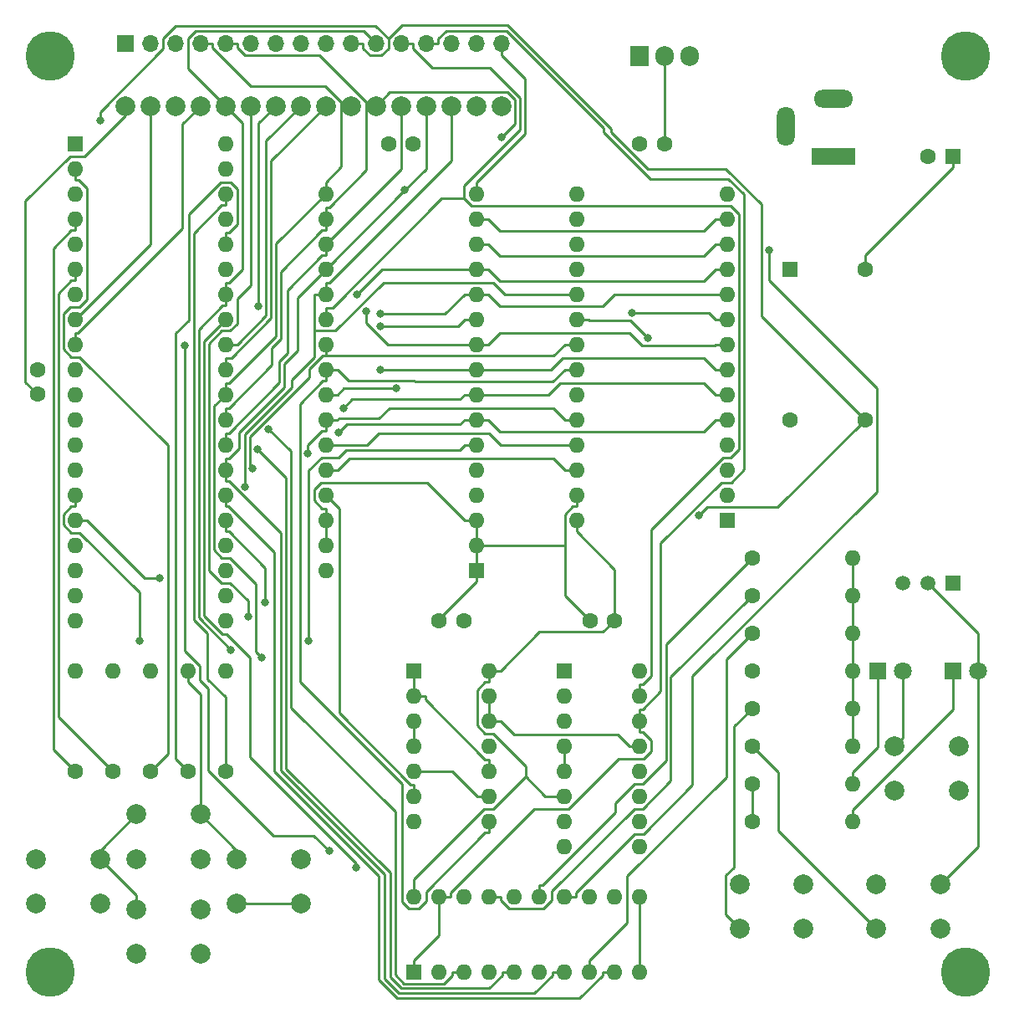
<source format=gbr>
%TF.GenerationSoftware,KiCad,Pcbnew,7.0.8*%
%TF.CreationDate,2023-12-27T01:37:41+02:00*%
%TF.ProjectId,main,6d61696e-2e6b-4696-9361-645f70636258,rev?*%
%TF.SameCoordinates,Original*%
%TF.FileFunction,Copper,L2,Bot*%
%TF.FilePolarity,Positive*%
%FSLAX46Y46*%
G04 Gerber Fmt 4.6, Leading zero omitted, Abs format (unit mm)*
G04 Created by KiCad (PCBNEW 7.0.8) date 2023-12-27 01:37:41*
%MOMM*%
%LPD*%
G01*
G04 APERTURE LIST*
%TA.AperFunction,ComponentPad*%
%ADD10C,1.600000*%
%TD*%
%TA.AperFunction,ComponentPad*%
%ADD11O,1.600000X1.600000*%
%TD*%
%TA.AperFunction,ComponentPad*%
%ADD12R,1.500000X1.500000*%
%TD*%
%TA.AperFunction,ComponentPad*%
%ADD13C,1.500000*%
%TD*%
%TA.AperFunction,ComponentPad*%
%ADD14C,2.000000*%
%TD*%
%TA.AperFunction,ComponentPad*%
%ADD15R,1.905000X2.000000*%
%TD*%
%TA.AperFunction,ComponentPad*%
%ADD16O,1.905000X2.000000*%
%TD*%
%TA.AperFunction,ComponentPad*%
%ADD17R,1.800000X1.800000*%
%TD*%
%TA.AperFunction,ComponentPad*%
%ADD18C,1.800000*%
%TD*%
%TA.AperFunction,ComponentPad*%
%ADD19C,5.000000*%
%TD*%
%TA.AperFunction,ComponentPad*%
%ADD20R,1.600000X1.600000*%
%TD*%
%TA.AperFunction,ComponentPad*%
%ADD21R,1.700000X1.700000*%
%TD*%
%TA.AperFunction,ComponentPad*%
%ADD22O,1.700000X1.700000*%
%TD*%
%TA.AperFunction,ComponentPad*%
%ADD23R,4.400000X1.800000*%
%TD*%
%TA.AperFunction,ComponentPad*%
%ADD24O,4.000000X1.800000*%
%TD*%
%TA.AperFunction,ComponentPad*%
%ADD25O,1.800000X4.000000*%
%TD*%
%TA.AperFunction,ViaPad*%
%ADD26C,0.800000*%
%TD*%
%TA.AperFunction,Conductor*%
%ADD27C,0.250000*%
%TD*%
G04 APERTURE END LIST*
D10*
%TO.P,R1,1*%
%TO.N,Net-(U1-~{IRQ})*%
X33020000Y-99060000D03*
D11*
%TO.P,R1,2*%
%TO.N,+5V*%
X33020000Y-88900000D03*
%TD*%
D10*
%TO.P,C3,1*%
%TO.N,+5V*%
X90210000Y-35560000D03*
%TO.P,C3,2*%
%TO.N,GND*%
X92710000Y-35560000D03*
%TD*%
%TO.P,R10,1*%
%TO.N,Net-(U8-1A1)*%
X101600000Y-92710000D03*
D11*
%TO.P,R10,2*%
%TO.N,GND*%
X111760000Y-92710000D03*
%TD*%
D12*
%TO.P,U4,1,~{RST}*%
%TO.N,~{RES}*%
X121920000Y-80010000D03*
D13*
%TO.P,U4,2,VCC*%
%TO.N,+5V*%
X119380000Y-80010000D03*
%TO.P,U4,3,GND*%
%TO.N,GND*%
X116840000Y-80010000D03*
%TD*%
D14*
%TO.P,SW7,1,1*%
%TO.N,+5V*%
X114150000Y-110490000D03*
X120650000Y-110490000D03*
%TO.P,SW7,2,2*%
%TO.N,Net-(U8-1A0)*%
X114150000Y-114990000D03*
X120650000Y-114990000D03*
%TD*%
D15*
%TO.P,U7,1,IN*%
%TO.N,Net-(U7-IN)*%
X90170000Y-26670000D03*
D16*
%TO.P,U7,2,GND*%
%TO.N,GND*%
X92710000Y-26670000D03*
%TO.P,U7,3,OUT*%
%TO.N,+5V*%
X95250000Y-26670000D03*
%TD*%
D14*
%TO.P,SW5,1,1*%
%TO.N,+5V*%
X49380000Y-107950000D03*
X55880000Y-107950000D03*
%TO.P,SW5,2,2*%
%TO.N,Net-(U8-1A2)*%
X49380000Y-112450000D03*
X55880000Y-112450000D03*
%TD*%
%TO.P,SW1,1,1*%
%TO.N,~{RES}*%
X116055000Y-96520000D03*
X122555000Y-96520000D03*
%TO.P,SW1,2,2*%
%TO.N,GND*%
X116055000Y-101020000D03*
X122555000Y-101020000D03*
%TD*%
D10*
%TO.P,C1,1*%
%TO.N,+5V*%
X29210000Y-58420000D03*
%TO.P,C1,2*%
%TO.N,GND*%
X29210000Y-60920000D03*
%TD*%
D14*
%TO.P,SW2,1,1*%
%TO.N,+5V*%
X39220000Y-103450000D03*
X45720000Y-103450000D03*
%TO.P,SW2,2,2*%
%TO.N,Net-(U8-2A1)*%
X39220000Y-107950000D03*
X45720000Y-107950000D03*
%TD*%
D10*
%TO.P,R3,1*%
%TO.N,Net-(U1-RDY)*%
X40640000Y-99060000D03*
D11*
%TO.P,R3,2*%
%TO.N,+5V*%
X40640000Y-88900000D03*
%TD*%
D17*
%TO.P,D1,1,K*%
%TO.N,Net-(D1-K)*%
X114300000Y-88900000D03*
D18*
%TO.P,D1,2,A*%
%TO.N,~{RES}*%
X116840000Y-88900000D03*
%TD*%
D19*
%TO.P,H2,*%
%TO.N,*%
X123190000Y-26670000D03*
%TD*%
D10*
%TO.P,C4,1*%
%TO.N,+5V*%
X72390000Y-83820000D03*
%TO.P,C4,2*%
%TO.N,GND*%
X69890000Y-83820000D03*
%TD*%
%TO.P,C2,1*%
%TO.N,+5V*%
X64770000Y-35560000D03*
%TO.P,C2,2*%
%TO.N,GND*%
X67270000Y-35560000D03*
%TD*%
D20*
%TO.P,U6,1,A0*%
%TO.N,A14*%
X82550000Y-88900000D03*
D11*
%TO.P,U6,2,A1*%
%TO.N,A15*%
X82550000Y-91440000D03*
%TO.P,U6,3,A2*%
%TO.N,GND*%
X82550000Y-93980000D03*
%TO.P,U6,4,E1*%
X82550000Y-96520000D03*
%TO.P,U6,5,E2*%
X82550000Y-99060000D03*
%TO.P,U6,6,E3*%
%TO.N,+5V*%
X82550000Y-101600000D03*
%TO.P,U6,7,O7*%
%TO.N,unconnected-(U6-O7-Pad7)*%
X82550000Y-104140000D03*
%TO.P,U6,8,GND*%
%TO.N,GND*%
X82550000Y-106680000D03*
%TO.P,U6,9,O6*%
%TO.N,unconnected-(U6-O6-Pad9)*%
X90170000Y-106680000D03*
%TO.P,U6,10,O5*%
%TO.N,unconnected-(U6-O5-Pad10)*%
X90170000Y-104140000D03*
%TO.P,U6,11,O4*%
%TO.N,unconnected-(U6-O4-Pad11)*%
X90170000Y-101600000D03*
%TO.P,U6,12,O3*%
%TO.N,~{ROM}*%
X90170000Y-99060000D03*
%TO.P,U6,13,O2*%
%TO.N,Net-(U6-O2)*%
X90170000Y-96520000D03*
%TO.P,U6,14,O1*%
%TO.N,~{INPUT}*%
X90170000Y-93980000D03*
%TO.P,U6,15,O0*%
%TO.N,~{RAM}*%
X90170000Y-91440000D03*
%TO.P,U6,16,VCC*%
%TO.N,+5V*%
X90170000Y-88900000D03*
%TD*%
D10*
%TO.P,R13,1*%
%TO.N,GND*%
X101600000Y-104140000D03*
D11*
%TO.P,R13,2*%
%TO.N,Net-(D2-K)*%
X111760000Y-104140000D03*
%TD*%
D14*
%TO.P,SW6,1,1*%
%TO.N,+5V*%
X100330000Y-110490000D03*
X106830000Y-110490000D03*
%TO.P,SW6,2,2*%
%TO.N,Net-(U8-1A1)*%
X100330000Y-114990000D03*
X106830000Y-114990000D03*
%TD*%
D10*
%TO.P,R11,1*%
%TO.N,Net-(U8-1A0)*%
X101600000Y-96520000D03*
D11*
%TO.P,R11,2*%
%TO.N,GND*%
X111760000Y-96520000D03*
%TD*%
D20*
%TO.P,U1,1,~{VP}*%
%TO.N,unconnected-(U1-~{VP}-Pad1)*%
X33020000Y-35560000D03*
D11*
%TO.P,U1,2,RDY*%
%TO.N,Net-(U1-RDY)*%
X33020000Y-38100000D03*
%TO.P,U1,3,\u03D51*%
%TO.N,unconnected-(U1-\u03D51-Pad3)*%
X33020000Y-40640000D03*
%TO.P,U1,4,~{IRQ}*%
%TO.N,Net-(U1-~{IRQ})*%
X33020000Y-43180000D03*
%TO.P,U1,5,~{ML}*%
%TO.N,unconnected-(U1-~{ML}-Pad5)*%
X33020000Y-45720000D03*
%TO.P,U1,6,~{NMI}*%
%TO.N,Net-(U1-~{NMI})*%
X33020000Y-48260000D03*
%TO.P,U1,7,SYNC*%
%TO.N,unconnected-(U1-SYNC-Pad7)*%
X33020000Y-50800000D03*
%TO.P,U1,8,VDD*%
%TO.N,+5V*%
X33020000Y-53340000D03*
%TO.P,U1,9,A0*%
%TO.N,A0*%
X33020000Y-55880000D03*
%TO.P,U1,10,A1*%
%TO.N,A1*%
X33020000Y-58420000D03*
%TO.P,U1,11,A2*%
%TO.N,A2*%
X33020000Y-60960000D03*
%TO.P,U1,12,A3*%
%TO.N,A3*%
X33020000Y-63500000D03*
%TO.P,U1,13,A4*%
%TO.N,A4*%
X33020000Y-66040000D03*
%TO.P,U1,14,A5*%
%TO.N,A5*%
X33020000Y-68580000D03*
%TO.P,U1,15,A6*%
%TO.N,A6*%
X33020000Y-71120000D03*
%TO.P,U1,16,A7*%
%TO.N,A7*%
X33020000Y-73660000D03*
%TO.P,U1,17,A8*%
%TO.N,A8*%
X33020000Y-76200000D03*
%TO.P,U1,18,A9*%
%TO.N,A9*%
X33020000Y-78740000D03*
%TO.P,U1,19,A10*%
%TO.N,A10*%
X33020000Y-81280000D03*
%TO.P,U1,20,A11*%
%TO.N,A11*%
X33020000Y-83820000D03*
%TO.P,U1,21,VSS*%
%TO.N,GND*%
X48260000Y-83820000D03*
%TO.P,U1,22,A12*%
%TO.N,A12*%
X48260000Y-81280000D03*
%TO.P,U1,23,A13*%
%TO.N,A13*%
X48260000Y-78740000D03*
%TO.P,U1,24,A14*%
%TO.N,A14*%
X48260000Y-76200000D03*
%TO.P,U1,25,A15*%
%TO.N,A15*%
X48260000Y-73660000D03*
%TO.P,U1,26,D7*%
%TO.N,D7*%
X48260000Y-71120000D03*
%TO.P,U1,27,D6*%
%TO.N,D6*%
X48260000Y-68580000D03*
%TO.P,U1,28,D5*%
%TO.N,D5*%
X48260000Y-66040000D03*
%TO.P,U1,29,D4*%
%TO.N,D4*%
X48260000Y-63500000D03*
%TO.P,U1,30,D3*%
%TO.N,D3*%
X48260000Y-60960000D03*
%TO.P,U1,31,D2*%
%TO.N,D2*%
X48260000Y-58420000D03*
%TO.P,U1,32,D1*%
%TO.N,D1*%
X48260000Y-55880000D03*
%TO.P,U1,33,D0*%
%TO.N,D0*%
X48260000Y-53340000D03*
%TO.P,U1,34,R/~{W}*%
%TO.N,R{slash}~{W}*%
X48260000Y-50800000D03*
%TO.P,U1,35,nc*%
%TO.N,unconnected-(U1-nc-Pad35)*%
X48260000Y-48260000D03*
%TO.P,U1,36,BE*%
%TO.N,Net-(U1-BE)*%
X48260000Y-45720000D03*
%TO.P,U1,37,\u03D50*%
%TO.N,CLOCK*%
X48260000Y-43180000D03*
%TO.P,U1,38,~{SO}*%
%TO.N,Net-(U1-~{SO})*%
X48260000Y-40640000D03*
%TO.P,U1,39,\u03D52*%
%TO.N,unconnected-(U1-\u03D52-Pad39)*%
X48260000Y-38100000D03*
%TO.P,U1,40,~{RES}*%
%TO.N,~{RES}*%
X48260000Y-35560000D03*
%TD*%
D14*
%TO.P,SW4,1,1*%
%TO.N,+5V*%
X29060000Y-107950000D03*
X35560000Y-107950000D03*
%TO.P,SW4,2,2*%
%TO.N,Net-(U8-1A3)*%
X29060000Y-112450000D03*
X35560000Y-112450000D03*
%TD*%
D20*
%TO.P,U3,1,A15*%
%TO.N,GND*%
X99060000Y-73660000D03*
D11*
%TO.P,U3,2,A12*%
%TO.N,A12*%
X99060000Y-71120000D03*
%TO.P,U3,3,A7*%
%TO.N,A7*%
X99060000Y-68580000D03*
%TO.P,U3,4,A6*%
%TO.N,A6*%
X99060000Y-66040000D03*
%TO.P,U3,5,A5*%
%TO.N,A5*%
X99060000Y-63500000D03*
%TO.P,U3,6,A4*%
%TO.N,A4*%
X99060000Y-60960000D03*
%TO.P,U3,7,A3*%
%TO.N,A3*%
X99060000Y-58420000D03*
%TO.P,U3,8,A2*%
%TO.N,A2*%
X99060000Y-55880000D03*
%TO.P,U3,9,A1*%
%TO.N,A1*%
X99060000Y-53340000D03*
%TO.P,U3,10,A0*%
%TO.N,A0*%
X99060000Y-50800000D03*
%TO.P,U3,11,D0*%
%TO.N,D0*%
X99060000Y-48260000D03*
%TO.P,U3,12,D1*%
%TO.N,D1*%
X99060000Y-45720000D03*
%TO.P,U3,13,D2*%
%TO.N,D2*%
X99060000Y-43180000D03*
%TO.P,U3,14,GND*%
%TO.N,GND*%
X99060000Y-40640000D03*
%TO.P,U3,15,D3*%
%TO.N,D3*%
X83820000Y-40640000D03*
%TO.P,U3,16,D4*%
%TO.N,D4*%
X83820000Y-43180000D03*
%TO.P,U3,17,D5*%
%TO.N,D5*%
X83820000Y-45720000D03*
%TO.P,U3,18,D6*%
%TO.N,D6*%
X83820000Y-48260000D03*
%TO.P,U3,19,D7*%
%TO.N,D7*%
X83820000Y-50800000D03*
%TO.P,U3,20,~{CE}*%
%TO.N,~{ROM}*%
X83820000Y-53340000D03*
%TO.P,U3,21,A10*%
%TO.N,A10*%
X83820000Y-55880000D03*
%TO.P,U3,22,~{OE}*%
%TO.N,~{RD}*%
X83820000Y-58420000D03*
%TO.P,U3,23,A11*%
%TO.N,A11*%
X83820000Y-60960000D03*
%TO.P,U3,24,A9*%
%TO.N,A9*%
X83820000Y-63500000D03*
%TO.P,U3,25,A8*%
%TO.N,A8*%
X83820000Y-66040000D03*
%TO.P,U3,26,A13*%
%TO.N,A13*%
X83820000Y-68580000D03*
%TO.P,U3,27,A14*%
%TO.N,GND*%
X83820000Y-71120000D03*
%TO.P,U3,28,VCC*%
%TO.N,+5V*%
X83820000Y-73660000D03*
%TD*%
D20*
%TO.P,U8,1,1OE*%
%TO.N,~{INPUT}*%
X67310000Y-119380000D03*
D11*
%TO.P,U8,2,1A0*%
%TO.N,Net-(U8-1A0)*%
X69850000Y-119380000D03*
%TO.P,U8,3,2Y0*%
%TO.N,D4*%
X72390000Y-119380000D03*
%TO.P,U8,4,1A1*%
%TO.N,Net-(U8-1A1)*%
X74930000Y-119380000D03*
%TO.P,U8,5,2Y1*%
%TO.N,D5*%
X77470000Y-119380000D03*
%TO.P,U8,6,1A2*%
%TO.N,Net-(U8-1A2)*%
X80010000Y-119380000D03*
%TO.P,U8,7,2Y2*%
%TO.N,D6*%
X82550000Y-119380000D03*
%TO.P,U8,8,1A3*%
%TO.N,Net-(U8-1A3)*%
X85090000Y-119380000D03*
%TO.P,U8,9,2Y3*%
%TO.N,D7*%
X87630000Y-119380000D03*
%TO.P,U8,10,GND*%
%TO.N,GND*%
X90170000Y-119380000D03*
%TO.P,U8,11,2A3*%
X90170000Y-111760000D03*
%TO.P,U8,12,1Y3*%
%TO.N,D3*%
X87630000Y-111760000D03*
%TO.P,U8,13,2A2*%
%TO.N,GND*%
X85090000Y-111760000D03*
%TO.P,U8,14,1Y2*%
%TO.N,D2*%
X82550000Y-111760000D03*
%TO.P,U8,15,2A1*%
%TO.N,Net-(U8-2A1)*%
X80010000Y-111760000D03*
%TO.P,U8,16,1Y1*%
%TO.N,D1*%
X77470000Y-111760000D03*
%TO.P,U8,17,2A0*%
%TO.N,Net-(U8-2A0)*%
X74930000Y-111760000D03*
%TO.P,U8,18,1Y0*%
%TO.N,D0*%
X72390000Y-111760000D03*
%TO.P,U8,19,2OE*%
%TO.N,~{INPUT}*%
X69850000Y-111760000D03*
%TO.P,U8,20,VCC*%
%TO.N,+5V*%
X67310000Y-111760000D03*
%TD*%
D10*
%TO.P,R7,1*%
%TO.N,Net-(U8-2A0)*%
X101600000Y-81280000D03*
D11*
%TO.P,R7,2*%
%TO.N,GND*%
X111760000Y-81280000D03*
%TD*%
D10*
%TO.P,R5,1*%
%TO.N,Net-(U1-~{SO})*%
X48260000Y-99060000D03*
D11*
%TO.P,R5,2*%
%TO.N,+5V*%
X48260000Y-88900000D03*
%TD*%
D10*
%TO.P,R8,1*%
%TO.N,Net-(U8-1A3)*%
X101600000Y-85090000D03*
D11*
%TO.P,R8,2*%
%TO.N,GND*%
X111760000Y-85090000D03*
%TD*%
D19*
%TO.P,H4,*%
%TO.N,*%
X123190000Y-119380000D03*
%TD*%
D10*
%TO.P,R4,1*%
%TO.N,Net-(U1-BE)*%
X44450000Y-99060000D03*
D11*
%TO.P,R4,2*%
%TO.N,+5V*%
X44450000Y-88900000D03*
%TD*%
D10*
%TO.P,C5,1*%
%TO.N,+5V*%
X87670000Y-83820000D03*
%TO.P,C5,2*%
%TO.N,GND*%
X85170000Y-83820000D03*
%TD*%
D19*
%TO.P,H1,*%
%TO.N,*%
X30480000Y-26670000D03*
%TD*%
D20*
%TO.P,U2,1,A18*%
%TO.N,GND*%
X73660000Y-78740000D03*
D11*
%TO.P,U2,2,A16*%
X73660000Y-76200000D03*
%TO.P,U2,3,A14*%
X73660000Y-73660000D03*
%TO.P,U2,4,A12*%
%TO.N,A12*%
X73660000Y-71120000D03*
%TO.P,U2,5,A7*%
%TO.N,A7*%
X73660000Y-68580000D03*
%TO.P,U2,6,A6*%
%TO.N,A6*%
X73660000Y-66040000D03*
%TO.P,U2,7,A5*%
%TO.N,A5*%
X73660000Y-63500000D03*
%TO.P,U2,8,A4*%
%TO.N,A4*%
X73660000Y-60960000D03*
%TO.P,U2,9,A3*%
%TO.N,A3*%
X73660000Y-58420000D03*
%TO.P,U2,10,A2*%
%TO.N,A2*%
X73660000Y-55880000D03*
%TO.P,U2,11,A1*%
%TO.N,A1*%
X73660000Y-53340000D03*
%TO.P,U2,12,A0*%
%TO.N,A0*%
X73660000Y-50800000D03*
%TO.P,U2,13,DQ0*%
%TO.N,D0*%
X73660000Y-48260000D03*
%TO.P,U2,14,DQ1*%
%TO.N,D1*%
X73660000Y-45720000D03*
%TO.P,U2,15,DQ2*%
%TO.N,D2*%
X73660000Y-43180000D03*
%TO.P,U2,16,VSS*%
%TO.N,GND*%
X73660000Y-40640000D03*
%TO.P,U2,17,DQ3*%
%TO.N,D3*%
X58420000Y-40640000D03*
%TO.P,U2,18,DQ4*%
%TO.N,D4*%
X58420000Y-43180000D03*
%TO.P,U2,19,DQ5*%
%TO.N,D5*%
X58420000Y-45720000D03*
%TO.P,U2,20,DQ6*%
%TO.N,D6*%
X58420000Y-48260000D03*
%TO.P,U2,21,DQ7*%
%TO.N,D7*%
X58420000Y-50800000D03*
%TO.P,U2,22,CE#*%
%TO.N,~{RAM}*%
X58420000Y-53340000D03*
%TO.P,U2,23,A10*%
%TO.N,A10*%
X58420000Y-55880000D03*
%TO.P,U2,24,OE#*%
%TO.N,~{RD}*%
X58420000Y-58420000D03*
%TO.P,U2,25,A11*%
%TO.N,A11*%
X58420000Y-60960000D03*
%TO.P,U2,26,A9*%
%TO.N,A9*%
X58420000Y-63500000D03*
%TO.P,U2,27,A8*%
%TO.N,A8*%
X58420000Y-66040000D03*
%TO.P,U2,28,A13*%
%TO.N,A13*%
X58420000Y-68580000D03*
%TO.P,U2,29,WE#*%
%TO.N,~{WR}*%
X58420000Y-71120000D03*
%TO.P,U2,30,A17*%
%TO.N,GND*%
X58420000Y-73660000D03*
%TO.P,U2,31,A15*%
X58420000Y-76200000D03*
%TO.P,U2,32,VCC*%
%TO.N,+5V*%
X58420000Y-78740000D03*
%TD*%
D10*
%TO.P,R9,1*%
%TO.N,Net-(U8-1A2)*%
X101600000Y-88900000D03*
D11*
%TO.P,R9,2*%
%TO.N,GND*%
X111760000Y-88900000D03*
%TD*%
D20*
%TO.P,U5,1*%
%TO.N,R{slash}~{W}*%
X67310000Y-88900000D03*
D11*
%TO.P,U5,2*%
X67310000Y-91440000D03*
%TO.P,U5,3*%
%TO.N,Net-(U5-Pad3)*%
X67310000Y-93980000D03*
%TO.P,U5,4*%
X67310000Y-96520000D03*
%TO.P,U5,5*%
%TO.N,CLOCK*%
X67310000Y-99060000D03*
%TO.P,U5,6*%
%TO.N,~{WR}*%
X67310000Y-101600000D03*
%TO.P,U5,7,GND*%
%TO.N,GND*%
X67310000Y-104140000D03*
%TO.P,U5,8*%
%TO.N,~{RD}*%
X74930000Y-104140000D03*
%TO.P,U5,9*%
%TO.N,CLOCK*%
X74930000Y-101600000D03*
%TO.P,U5,10*%
%TO.N,R{slash}~{W}*%
X74930000Y-99060000D03*
%TO.P,U5,11*%
%TO.N,LCD*%
X74930000Y-96520000D03*
%TO.P,U5,12*%
%TO.N,Net-(U6-O2)*%
X74930000Y-93980000D03*
%TO.P,U5,13*%
X74930000Y-91440000D03*
%TO.P,U5,14,VCC*%
%TO.N,+5V*%
X74930000Y-88900000D03*
%TD*%
D20*
%TO.P,C6,1*%
%TO.N,+5V*%
X121920000Y-36830000D03*
D10*
%TO.P,C6,2*%
%TO.N,GND*%
X119420000Y-36830000D03*
%TD*%
D19*
%TO.P,H3,*%
%TO.N,*%
X30480000Y-119380000D03*
%TD*%
D10*
%TO.P,R6,1*%
%TO.N,Net-(U8-2A1)*%
X101600000Y-77470000D03*
D11*
%TO.P,R6,2*%
%TO.N,GND*%
X111760000Y-77470000D03*
%TD*%
D20*
%TO.P,X1,1,EN*%
%TO.N,unconnected-(X1-EN-Pad1)*%
X105410000Y-48260000D03*
D10*
%TO.P,X1,7,GND*%
%TO.N,GND*%
X105410000Y-63500000D03*
%TO.P,X1,8,OUT*%
%TO.N,CLOCK*%
X113030000Y-63500000D03*
%TO.P,X1,14,Vcc*%
%TO.N,+5V*%
X113030000Y-48260000D03*
%TD*%
D17*
%TO.P,D2,1,K*%
%TO.N,Net-(D2-K)*%
X121920000Y-88900000D03*
D18*
%TO.P,D2,2,A*%
%TO.N,+5V*%
X124460000Y-88900000D03*
%TD*%
D21*
%TO.P,J2,1,Pin_1*%
%TO.N,D0*%
X38100000Y-25400000D03*
D22*
%TO.P,J2,2,Pin_2*%
%TO.N,D1*%
X40640000Y-25400000D03*
%TO.P,J2,3,Pin_3*%
%TO.N,D2*%
X43180000Y-25400000D03*
%TO.P,J2,4,Pin_4*%
%TO.N,D3*%
X45720000Y-25400000D03*
%TO.P,J2,5,Pin_5*%
%TO.N,D4*%
X48260000Y-25400000D03*
%TO.P,J2,6,Pin_6*%
%TO.N,D5*%
X50800000Y-25400000D03*
%TO.P,J2,7,Pin_7*%
%TO.N,D6*%
X53340000Y-25400000D03*
%TO.P,J2,8,Pin_8*%
%TO.N,D7*%
X55880000Y-25400000D03*
%TO.P,J2,9,Pin_9*%
%TO.N,~{RES}*%
X58420000Y-25400000D03*
%TO.P,J2,10,Pin_10*%
%TO.N,CLOCK*%
X60960000Y-25400000D03*
%TO.P,J2,11,Pin_11*%
%TO.N,R{slash}~{W}*%
X63500000Y-25400000D03*
%TO.P,J2,12,Pin_12*%
%TO.N,~{RAM}*%
X66040000Y-25400000D03*
%TO.P,J2,13,Pin_13*%
%TO.N,~{INPUT}*%
X68580000Y-25400000D03*
%TO.P,J2,14,Pin_14*%
%TO.N,LCD*%
X71120000Y-25400000D03*
%TO.P,J2,15,Pin_15*%
%TO.N,~{ROM}*%
X73660000Y-25400000D03*
%TO.P,J2,16,Pin_16*%
%TO.N,GND*%
X76200000Y-25400000D03*
%TD*%
D14*
%TO.P,SW3,1,1*%
%TO.N,+5V*%
X39220000Y-113030000D03*
X45720000Y-113030000D03*
%TO.P,SW3,2,2*%
%TO.N,Net-(U8-2A0)*%
X39220000Y-117530000D03*
X45720000Y-117530000D03*
%TD*%
D10*
%TO.P,R2,1*%
%TO.N,Net-(U1-~{NMI})*%
X36830000Y-99060000D03*
D11*
%TO.P,R2,2*%
%TO.N,+5V*%
X36830000Y-88900000D03*
%TD*%
D23*
%TO.P,J1,1*%
%TO.N,Net-(U7-IN)*%
X109820000Y-36830000D03*
D24*
%TO.P,J1,2*%
%TO.N,GND*%
X109820000Y-31030000D03*
D25*
%TO.P,J1,3*%
%TO.N,N/C*%
X105020000Y-33830000D03*
%TD*%
D10*
%TO.P,R12,1*%
%TO.N,GND*%
X101600000Y-100330000D03*
D11*
%TO.P,R12,2*%
%TO.N,Net-(D1-K)*%
X111760000Y-100330000D03*
%TD*%
D14*
%TO.P,LCD1,*%
%TO.N,*%
X43180000Y-31750000D03*
X73660000Y-31750000D03*
X76200000Y-31750000D03*
%TO.P,LCD1,1,GND*%
%TO.N,GND*%
X38100000Y-31750000D03*
%TO.P,LCD1,2,Vdd*%
%TO.N,+5V*%
X40640000Y-31750000D03*
%TO.P,LCD1,4,RS*%
%TO.N,A0*%
X45720000Y-31750000D03*
%TO.P,LCD1,5,R~{W}*%
%TO.N,R{slash}~{W}*%
X48260000Y-31750000D03*
%TO.P,LCD1,6,E*%
%TO.N,LCD*%
X50800000Y-31750000D03*
%TO.P,LCD1,7,D_{0}*%
%TO.N,D0*%
X53340000Y-31750000D03*
%TO.P,LCD1,8,D_{1}*%
%TO.N,D1*%
X55880000Y-31750000D03*
%TO.P,LCD1,9,D_{2}*%
%TO.N,D2*%
X58420000Y-31750000D03*
%TO.P,LCD1,10,D_{3}*%
%TO.N,D3*%
X60960000Y-31750000D03*
%TO.P,LCD1,11,D_{4}*%
%TO.N,D4*%
X63500000Y-31750000D03*
%TO.P,LCD1,12,D_{5}*%
%TO.N,D5*%
X66040000Y-31750000D03*
%TO.P,LCD1,13,D_{6}*%
%TO.N,D6*%
X68580000Y-31750000D03*
%TO.P,LCD1,14,D_{7}*%
%TO.N,D7*%
X71120000Y-31750000D03*
%TD*%
D26*
%TO.N,A0*%
X63986200Y-52778400D03*
%TO.N,R{slash}~{W}*%
X48817900Y-86806300D03*
%TO.N,LCD*%
X50547600Y-83435000D03*
%TO.N,D0*%
X61606600Y-50810500D03*
X51571200Y-52000300D03*
X61463200Y-108809400D03*
%TO.N,D1*%
X44147100Y-55993400D03*
X58769000Y-107140900D03*
%TO.N,D2*%
X103303200Y-46373500D03*
%TO.N,D3*%
X51953000Y-87603100D03*
%TO.N,D4*%
X76194000Y-34929300D03*
X52645000Y-64430000D03*
%TO.N,D5*%
X51538900Y-66468200D03*
%TO.N,D6*%
X66403600Y-40276400D03*
%TO.N,D7*%
X50261400Y-70288600D03*
%TO.N,A1*%
X63981400Y-54037400D03*
X89404200Y-52665300D03*
%TO.N,A2*%
X62532700Y-52502300D03*
%TO.N,A3*%
X63991300Y-58421900D03*
%TO.N,A4*%
X60237600Y-62311100D03*
%TO.N,A5*%
X59746800Y-64843900D03*
%TO.N,A6*%
X39563900Y-85910300D03*
X56655500Y-85910300D03*
%TO.N,A7*%
X41640900Y-79526500D03*
%TO.N,A9*%
X56627200Y-66909800D03*
%TO.N,A10*%
X51000700Y-68434800D03*
%TO.N,A11*%
X65547500Y-60302100D03*
%TO.N,A15*%
X52270500Y-81978900D03*
%TO.N,CLOCK*%
X96247500Y-73164800D03*
X35549800Y-33194500D03*
%TO.N,~{ROM}*%
X91015100Y-55196300D03*
%TD*%
D27*
%TO.N,+5V*%
X124460000Y-88900000D02*
X124460000Y-106680000D01*
X78656800Y-99611200D02*
X80645600Y-101600000D01*
X124460000Y-85090000D02*
X124460000Y-88900000D01*
X119380000Y-80010000D02*
X124460000Y-85090000D01*
X74930000Y-88900000D02*
X76106900Y-88900000D01*
X113030000Y-46896900D02*
X121920000Y-38006900D01*
X87670000Y-83820000D02*
X86493100Y-84996900D01*
X74564200Y-90076900D02*
X73745700Y-90895400D01*
X35560000Y-107950000D02*
X39220000Y-111610000D01*
X39220000Y-111610000D02*
X39220000Y-113030000D01*
X124460000Y-106680000D02*
X120650000Y-110490000D01*
X49380000Y-107110000D02*
X45720000Y-103450000D01*
X78656800Y-98546700D02*
X78656800Y-99611200D01*
X67310000Y-110048500D02*
X74488500Y-102870000D01*
X74488500Y-102870000D02*
X75398000Y-102870000D01*
X33020000Y-53340000D02*
X40640000Y-45720000D01*
X74518900Y-95250000D02*
X75360100Y-95250000D01*
X121920000Y-36830000D02*
X121920000Y-38006900D01*
X113030000Y-48260000D02*
X113030000Y-46896900D01*
X87670000Y-83820000D02*
X87670000Y-78686900D01*
X44450000Y-88900000D02*
X44450000Y-90076900D01*
X83820000Y-73660000D02*
X83820000Y-74836900D01*
X45720000Y-103450000D02*
X45720000Y-91346900D01*
X87670000Y-78686900D02*
X83820000Y-74836900D01*
X75398000Y-102870000D02*
X78656800Y-99611200D01*
X80645600Y-101600000D02*
X81373100Y-101600000D01*
X82550000Y-101600000D02*
X81373100Y-101600000D01*
X67310000Y-111760000D02*
X67310000Y-110048500D01*
X73745700Y-94476800D02*
X74518900Y-95250000D01*
X74930000Y-88900000D02*
X74930000Y-90076900D01*
X40640000Y-45720000D02*
X40640000Y-31750000D01*
X86493100Y-84996900D02*
X80010000Y-84996900D01*
X75360100Y-95250000D02*
X78656800Y-98546700D01*
X49380000Y-107950000D02*
X49380000Y-107110000D01*
X74930000Y-90076900D02*
X74564200Y-90076900D01*
X80010000Y-84996900D02*
X76106900Y-88900000D01*
X39220000Y-103450000D02*
X35560000Y-107110000D01*
X35560000Y-107110000D02*
X35560000Y-107950000D01*
X73745700Y-90895400D02*
X73745700Y-94476800D01*
X45720000Y-91346900D02*
X44450000Y-90076900D01*
%TO.N,GND*%
X82550000Y-99060000D02*
X82550000Y-96520000D01*
X73660000Y-39463100D02*
X78586800Y-34536300D01*
X82642400Y-73106700D02*
X82642400Y-76200000D01*
X111760000Y-92710000D02*
X111760000Y-88900000D01*
X82642400Y-76200000D02*
X82642400Y-81292400D01*
X32545100Y-36830000D02*
X28001200Y-41373900D01*
X82642400Y-81292400D02*
X85170000Y-83820000D01*
X28001200Y-59711200D02*
X29210000Y-60920000D01*
X78586800Y-29013700D02*
X76200000Y-26626900D01*
X73660000Y-73660000D02*
X73660000Y-76200000D01*
X83820000Y-71120000D02*
X83820000Y-72296900D01*
X83452200Y-72296900D02*
X82642400Y-73106700D01*
X73660000Y-78740000D02*
X73660000Y-79916900D01*
X73660000Y-76200000D02*
X74836900Y-76200000D01*
X101600000Y-100330000D02*
X101600000Y-104140000D01*
X58420000Y-76200000D02*
X58420000Y-73660000D01*
X73660000Y-40640000D02*
X73660000Y-39463100D01*
X73660000Y-79916900D02*
X69890000Y-83686900D01*
X111760000Y-96520000D02*
X111760000Y-92710000D01*
X83820000Y-72296900D02*
X83452200Y-72296900D01*
X111760000Y-77470000D02*
X111760000Y-81280000D01*
X82642400Y-76200000D02*
X74836900Y-76200000D01*
X69890000Y-83686900D02*
X69890000Y-83820000D01*
X57233900Y-71662800D02*
X58054200Y-72483100D01*
X28001200Y-41373900D02*
X28001200Y-59711200D01*
X38100000Y-31750000D02*
X38100000Y-32706900D01*
X57233900Y-70577500D02*
X57233900Y-71662800D01*
X78586800Y-34536300D02*
X78586800Y-29013700D01*
X90170000Y-111760000D02*
X90170000Y-119380000D01*
X33976900Y-36830000D02*
X32545100Y-36830000D01*
X111760000Y-88900000D02*
X111760000Y-86266900D01*
X73660000Y-73660000D02*
X72483100Y-73660000D01*
X57905500Y-69905900D02*
X57233900Y-70577500D01*
X111760000Y-85090000D02*
X111760000Y-86266900D01*
X68729000Y-69905900D02*
X57905500Y-69905900D01*
X76200000Y-25400000D02*
X76200000Y-26626900D01*
X72483100Y-73660000D02*
X68729000Y-69905900D01*
X38100000Y-32706900D02*
X33976900Y-36830000D01*
X111760000Y-85090000D02*
X111760000Y-81280000D01*
X92710000Y-35560000D02*
X92710000Y-26670000D01*
X58054200Y-72483100D02*
X58420000Y-72483100D01*
X73660000Y-78740000D02*
X73660000Y-76200000D01*
X58420000Y-73660000D02*
X58420000Y-72483100D01*
%TO.N,A0*%
X63986200Y-52778400D02*
X70504700Y-52778400D01*
X33338200Y-54703100D02*
X33020000Y-54703100D01*
X45720000Y-31750000D02*
X43884200Y-33585800D01*
X43884200Y-33585800D02*
X43884200Y-44157100D01*
X74248500Y-50800000D02*
X73660000Y-50800000D01*
X70504700Y-52778400D02*
X72483100Y-50800000D01*
X97883100Y-50800000D02*
X87696500Y-50800000D01*
X74248500Y-50800000D02*
X74836900Y-50800000D01*
X33020000Y-55880000D02*
X33020000Y-54703100D01*
X87696500Y-50800000D02*
X86505900Y-51990600D01*
X43884200Y-44157100D02*
X33338200Y-54703100D01*
X76027500Y-51990600D02*
X74836900Y-50800000D01*
X73660000Y-50800000D02*
X72483100Y-50800000D01*
X99060000Y-50800000D02*
X97883100Y-50800000D01*
X86505900Y-51990600D02*
X76027500Y-51990600D01*
%TO.N,R{slash}~{W}*%
X44450000Y-24921800D02*
X44963300Y-24408500D01*
X48260000Y-50800000D02*
X48260000Y-49623100D01*
X44963300Y-24408500D02*
X44965400Y-24408500D01*
X49976700Y-33466700D02*
X48260000Y-31750000D01*
X44965400Y-24408500D02*
X45207000Y-24166900D01*
X48817900Y-86804100D02*
X45559100Y-83545300D01*
X48260000Y-31750000D02*
X44450000Y-27940000D01*
X68486900Y-91440000D02*
X68486900Y-91807800D01*
X44450000Y-27940000D02*
X44450000Y-24921800D01*
X47941200Y-51976900D02*
X48260000Y-51976900D01*
X74562200Y-97883100D02*
X74930000Y-97883100D01*
X49976700Y-48272200D02*
X49976700Y-33466700D01*
X45559100Y-54359000D02*
X47941200Y-51976900D01*
X48260000Y-50800000D02*
X48260000Y-51976900D01*
X48260000Y-49623100D02*
X48625800Y-49623100D01*
X48625800Y-49623100D02*
X49976700Y-48272200D01*
X45207000Y-24166900D02*
X45563400Y-24166900D01*
X62268400Y-24168400D02*
X63500000Y-25400000D01*
X45559100Y-83545300D02*
X45559100Y-54359000D01*
X48817900Y-86806300D02*
X48817900Y-86804100D01*
X67310000Y-91440000D02*
X68486900Y-91440000D01*
X74930000Y-99060000D02*
X74930000Y-97883100D01*
X45564900Y-24168400D02*
X62268400Y-24168400D01*
X68486900Y-91807800D02*
X74562200Y-97883100D01*
X67310000Y-91440000D02*
X67310000Y-88900000D01*
X45563400Y-24166900D02*
X45564900Y-24168400D01*
%TO.N,LCD*%
X47835400Y-80010000D02*
X46567500Y-78742100D01*
X46567500Y-55843600D02*
X47894200Y-54516900D01*
X49436900Y-53827500D02*
X49436900Y-51293000D01*
X46567500Y-78742100D02*
X46567500Y-55843600D01*
X49436900Y-51293000D02*
X50800000Y-49929900D01*
X50547600Y-83435000D02*
X50547600Y-81823100D01*
X50800000Y-49929900D02*
X50800000Y-31750000D01*
X50547600Y-81823100D02*
X48734500Y-80010000D01*
X47894200Y-54516900D02*
X48747500Y-54516900D01*
X48747500Y-54516900D02*
X49436900Y-53827500D01*
X48734500Y-80010000D02*
X47835400Y-80010000D01*
%TO.N,D0*%
X51571200Y-33518800D02*
X51571200Y-52000300D01*
X46062600Y-55537400D02*
X46062600Y-83339000D01*
X50727500Y-87569100D02*
X50727500Y-97689400D01*
X53340000Y-31750000D02*
X51571200Y-33518800D01*
X76027500Y-49450600D02*
X96692500Y-49450600D01*
X74836900Y-48260000D02*
X76027500Y-49450600D01*
X99060000Y-48260000D02*
X97883100Y-48260000D01*
X48398200Y-85239800D02*
X50727500Y-87569100D01*
X96692500Y-49450600D02*
X97883100Y-48260000D01*
X64157100Y-48260000D02*
X73660000Y-48260000D01*
X61606600Y-50810500D02*
X64157100Y-48260000D01*
X50727500Y-97689400D02*
X61463200Y-108425100D01*
X73660000Y-48260000D02*
X74836900Y-48260000D01*
X46062600Y-83339000D02*
X47963400Y-85239800D01*
X48260000Y-53340000D02*
X46062600Y-55537400D01*
X47963400Y-85239800D02*
X48398200Y-85239800D01*
X61463200Y-108425100D02*
X61463200Y-108809400D01*
%TO.N,D1*%
X99060000Y-45720000D02*
X97883100Y-45720000D01*
X52348100Y-52968800D02*
X49436900Y-55880000D01*
X73660000Y-45720000D02*
X74836900Y-45720000D01*
X45626900Y-88412500D02*
X45626900Y-89839800D01*
X45626900Y-89839800D02*
X46503800Y-90716700D01*
X44147100Y-55993400D02*
X44147100Y-86932700D01*
X55880000Y-31750000D02*
X52348100Y-35281900D01*
X52348100Y-35281900D02*
X52348100Y-52968800D01*
X96692500Y-46910600D02*
X97883100Y-45720000D01*
X76027500Y-46910600D02*
X96692500Y-46910600D01*
X53108600Y-105572800D02*
X57200900Y-105572800D01*
X57200900Y-105572800D02*
X58769000Y-107140900D01*
X48260000Y-55880000D02*
X49436900Y-55880000D01*
X46503800Y-98968000D02*
X53108600Y-105572800D01*
X44147100Y-86932700D02*
X45626900Y-88412500D01*
X46503800Y-90716700D02*
X46503800Y-98968000D01*
X74836900Y-45720000D02*
X76027500Y-46910600D01*
%TO.N,D2*%
X95555500Y-89470200D02*
X95555500Y-100442200D01*
X82550000Y-111760000D02*
X83726900Y-111760000D01*
X52850000Y-37320000D02*
X58420000Y-31750000D01*
X76027500Y-44370600D02*
X96692500Y-44370600D01*
X52850000Y-53241500D02*
X52850000Y-37320000D01*
X90587700Y-105410000D02*
X89711100Y-105410000D01*
X74836900Y-43180000D02*
X76027500Y-44370600D01*
X96692500Y-44370600D02*
X97883100Y-43180000D01*
X48848400Y-57243100D02*
X52850000Y-53241500D01*
X89711100Y-105410000D02*
X83726900Y-111394200D01*
X83726900Y-111394200D02*
X83726900Y-111760000D01*
X48260000Y-57243100D02*
X48848400Y-57243100D01*
X103303200Y-49404900D02*
X114220200Y-60321900D01*
X48260000Y-58420000D02*
X48260000Y-57243100D01*
X95555500Y-100442200D02*
X90587700Y-105410000D01*
X73660000Y-43180000D02*
X74836900Y-43180000D01*
X114220200Y-60321900D02*
X114220200Y-70805500D01*
X103303200Y-46373500D02*
X103303200Y-49404900D01*
X99060000Y-43180000D02*
X97883100Y-43180000D01*
X114220200Y-70805500D02*
X95555500Y-89470200D01*
%TO.N,D3*%
X60015400Y-31750000D02*
X60015400Y-37867700D01*
X60015400Y-31395800D02*
X60015400Y-31750000D01*
X58335900Y-29716300D02*
X60015400Y-31395800D01*
X51362600Y-80134200D02*
X51362600Y-87012700D01*
X46946900Y-25860100D02*
X50803100Y-29716300D01*
X60015400Y-31750000D02*
X60960000Y-31750000D01*
X48625800Y-59783100D02*
X48260000Y-59783100D01*
X48698400Y-77470000D02*
X51362600Y-80134200D01*
X47083100Y-76693400D02*
X47859700Y-77470000D01*
X45720000Y-25400000D02*
X46946900Y-25400000D01*
X58420000Y-40640000D02*
X58420000Y-39463100D01*
X53351900Y-55057000D02*
X48625800Y-59783100D01*
X50803100Y-29716300D02*
X58335900Y-29716300D01*
X48260000Y-60371500D02*
X48260000Y-59783100D01*
X48260000Y-60960000D02*
X47083100Y-62136900D01*
X46946900Y-25400000D02*
X46946900Y-25860100D01*
X47083100Y-62136900D02*
X47083100Y-76693400D01*
X47859700Y-77470000D02*
X48698400Y-77470000D01*
X53351900Y-45708100D02*
X53351900Y-55057000D01*
X60015400Y-37867700D02*
X58420000Y-39463100D01*
X51362600Y-87012700D02*
X51953000Y-87603100D01*
X58420000Y-40640000D02*
X53351900Y-45708100D01*
X48260000Y-60960000D02*
X48260000Y-60371500D01*
%TO.N,D4*%
X66346600Y-120563100D02*
X70395800Y-120563100D01*
X62555400Y-31750000D02*
X62555400Y-38231500D01*
X63500000Y-31750000D02*
X64876900Y-30373100D01*
X72390000Y-119380000D02*
X71213100Y-119380000D01*
X65445900Y-103189700D02*
X65445900Y-119662400D01*
X64876900Y-30373100D02*
X76808800Y-30373100D01*
X50253600Y-26626900D02*
X57786500Y-26626900D01*
X77577900Y-33545400D02*
X76194000Y-34929300D01*
X58783800Y-42003100D02*
X58420000Y-42003100D01*
X53853800Y-48555300D02*
X53853800Y-55349200D01*
X65445900Y-119662400D02*
X66346600Y-120563100D01*
X54924000Y-66709000D02*
X54924000Y-92667800D01*
X58420000Y-43180000D02*
X58420000Y-42003100D01*
X62555400Y-31395800D02*
X62555400Y-31750000D01*
X70395800Y-120563100D02*
X71213100Y-119745800D01*
X58052200Y-44356900D02*
X53853800Y-48555300D01*
X54924000Y-92667800D02*
X65445900Y-103189700D01*
X52958000Y-56245000D02*
X52958000Y-57980900D01*
X48260000Y-25400000D02*
X49486900Y-25400000D01*
X57786500Y-26626900D02*
X62555400Y-31395800D01*
X77577900Y-31142200D02*
X77577900Y-33545400D01*
X76808800Y-30373100D02*
X77577900Y-31142200D01*
X52645000Y-64430000D02*
X54924000Y-66709000D01*
X49486900Y-25400000D02*
X49486900Y-25860200D01*
X58420000Y-44356900D02*
X58052200Y-44356900D01*
X52958000Y-57980900D02*
X48615800Y-62323100D01*
X71213100Y-119745800D02*
X71213100Y-119380000D01*
X58420000Y-43180000D02*
X58420000Y-44356900D01*
X62555400Y-38231500D02*
X58783800Y-42003100D01*
X48615800Y-62323100D02*
X48260000Y-62323100D01*
X62555400Y-31750000D02*
X63500000Y-31750000D01*
X53853800Y-55349200D02*
X52958000Y-56245000D01*
X48260000Y-63500000D02*
X48260000Y-62323100D01*
X49486900Y-25860200D02*
X50253600Y-26626900D01*
%TO.N,D5*%
X74973900Y-121065000D02*
X76293100Y-119745800D01*
X64944000Y-109360700D02*
X64944000Y-119908000D01*
X54527900Y-56798500D02*
X53710000Y-57616400D01*
X48260000Y-66040000D02*
X48260000Y-64863100D01*
X66040000Y-38100000D02*
X58420000Y-45720000D01*
X58052200Y-46896900D02*
X54527900Y-50421200D01*
X66040000Y-31750000D02*
X66040000Y-38100000D01*
X54527900Y-50421200D02*
X54527900Y-56798500D01*
X53710000Y-59743200D02*
X48590100Y-64863100D01*
X54422100Y-69351400D02*
X54422100Y-98838800D01*
X54422100Y-98838800D02*
X64944000Y-109360700D01*
X53710000Y-57616400D02*
X53710000Y-59743200D01*
X64944000Y-119908000D02*
X66101000Y-121065000D01*
X48590100Y-64863100D02*
X48260000Y-64863100D01*
X58420000Y-45720000D02*
X58420000Y-46896900D01*
X76293100Y-119745800D02*
X76293100Y-119380000D01*
X77470000Y-119380000D02*
X76293100Y-119380000D01*
X51538900Y-66468200D02*
X54422100Y-69351400D01*
X58420000Y-46896900D02*
X58052200Y-46896900D01*
X66101000Y-121065000D02*
X74973900Y-121065000D01*
%TO.N,D6*%
X49624600Y-64787500D02*
X49624600Y-66404300D01*
X81373100Y-119745700D02*
X81373100Y-119380000D01*
X53862000Y-74993100D02*
X53862000Y-99048300D01*
X82550000Y-119380000D02*
X81373100Y-119380000D01*
X53862000Y-99048300D02*
X64343100Y-109529400D01*
X58420000Y-48260000D02*
X66403600Y-40276400D01*
X79551900Y-121566900D02*
X81373100Y-119745700D01*
X55530200Y-56506000D02*
X54212000Y-57824200D01*
X54212000Y-57824200D02*
X54212000Y-60200100D01*
X66403600Y-40276400D02*
X68580000Y-38100000D01*
X58420000Y-48260000D02*
X55530200Y-51149800D01*
X48260000Y-68580000D02*
X48260000Y-69756900D01*
X48260000Y-69756900D02*
X48625800Y-69756900D01*
X55530200Y-51149800D02*
X55530200Y-56506000D01*
X68580000Y-38100000D02*
X68580000Y-31750000D01*
X65833400Y-121566900D02*
X79551900Y-121566900D01*
X64343100Y-120076600D02*
X65833400Y-121566900D01*
X49624600Y-66404300D02*
X48625800Y-67403100D01*
X48625800Y-67403100D02*
X48260000Y-67403100D01*
X48260000Y-68580000D02*
X48260000Y-67403100D01*
X48625800Y-69756900D02*
X53862000Y-74993100D01*
X54212000Y-60200100D02*
X49624600Y-64787500D01*
X64343100Y-109529400D02*
X64343100Y-120076600D01*
%TO.N,D7*%
X57243100Y-57169000D02*
X54963900Y-59448200D01*
X58420000Y-50800000D02*
X58420000Y-49623100D01*
X71120000Y-37288900D02*
X58785800Y-49623100D01*
X48260000Y-72296900D02*
X48578800Y-72296900D01*
X63764900Y-120208700D02*
X65625600Y-122069400D01*
X57243100Y-50800000D02*
X57243100Y-54516900D01*
X58785800Y-49623100D02*
X58420000Y-49623100D01*
X48260000Y-71120000D02*
X48260000Y-72296900D01*
X50223700Y-70250900D02*
X50261400Y-70288600D01*
X54963900Y-59448200D02*
X54963900Y-60264700D01*
X58420000Y-50800000D02*
X57243100Y-50800000D01*
X50223700Y-65004900D02*
X50223700Y-70250900D01*
X71120000Y-31750000D02*
X71120000Y-37288900D01*
X54963900Y-60264700D02*
X50223700Y-65004900D01*
X75349300Y-49609300D02*
X76540000Y-50800000D01*
X48578800Y-72296900D02*
X53178400Y-76896500D01*
X65625600Y-122069400D02*
X84129500Y-122069400D01*
X59378800Y-54516900D02*
X64286400Y-49609300D01*
X53178400Y-99082700D02*
X63764900Y-109669200D01*
X57243100Y-54516900D02*
X57243100Y-57169000D01*
X76540000Y-50800000D02*
X83820000Y-50800000D01*
X84129500Y-122069400D02*
X86453100Y-119745800D01*
X86453100Y-119745800D02*
X86453100Y-119380000D01*
X64286400Y-49609300D02*
X75349300Y-49609300D01*
X87630000Y-119380000D02*
X86453100Y-119380000D01*
X57243100Y-54516900D02*
X59378800Y-54516900D01*
X53178400Y-76896500D02*
X53178400Y-99082700D01*
X63764900Y-109669200D02*
X63764900Y-120208700D01*
%TO.N,Net-(U1-~{IRQ})*%
X30811700Y-96851700D02*
X33020000Y-99060000D01*
X33020000Y-43180000D02*
X33020000Y-44356900D01*
X32652200Y-44356900D02*
X30811700Y-46197400D01*
X33020000Y-44356900D02*
X32652200Y-44356900D01*
X30811700Y-46197400D02*
X30811700Y-96851700D01*
%TO.N,Net-(U1-~{NMI})*%
X33020000Y-48260000D02*
X33020000Y-49436900D01*
X32652200Y-49436900D02*
X33020000Y-49436900D01*
X31330600Y-50758500D02*
X32652200Y-49436900D01*
X36830000Y-99060000D02*
X31330600Y-93560600D01*
X31330600Y-93560600D02*
X31330600Y-50758500D01*
%TO.N,Net-(U1-RDY)*%
X33505700Y-57150000D02*
X32619000Y-57150000D01*
X33020000Y-38100000D02*
X33020000Y-39276900D01*
X32619000Y-57150000D02*
X31835600Y-56366600D01*
X33387800Y-39276900D02*
X33020000Y-39276900D01*
X34199700Y-51367600D02*
X34199700Y-40088800D01*
X32567700Y-52070000D02*
X33497300Y-52070000D01*
X40640000Y-99060000D02*
X42417800Y-97282200D01*
X33497300Y-52070000D02*
X34199700Y-51367600D01*
X42417800Y-97282200D02*
X42417800Y-66062100D01*
X42417800Y-66062100D02*
X33505700Y-57150000D01*
X31835600Y-56366600D02*
X31835600Y-52802100D01*
X34199700Y-40088800D02*
X33387800Y-39276900D01*
X31835600Y-52802100D02*
X32567700Y-52070000D01*
%TO.N,Net-(U1-BE)*%
X48759300Y-39457700D02*
X47768000Y-39457700D01*
X44553000Y-53430000D02*
X43239300Y-54743700D01*
X44553000Y-42672700D02*
X44553000Y-53430000D01*
X47768000Y-39457700D02*
X44553000Y-42672700D01*
X43239300Y-97849300D02*
X44450000Y-99060000D01*
X49455100Y-40153500D02*
X48759300Y-39457700D01*
X48260000Y-45720000D02*
X48260000Y-44543100D01*
X48260000Y-44543100D02*
X48627800Y-44543100D01*
X43239300Y-54743700D02*
X43239300Y-97849300D01*
X48627800Y-44543100D02*
X49455100Y-43715800D01*
X49455100Y-43715800D02*
X49455100Y-40153500D01*
%TO.N,Net-(U1-~{SO})*%
X46452200Y-85148200D02*
X45054900Y-83750900D01*
X48260000Y-99060000D02*
X48260000Y-91559600D01*
X45054900Y-44654200D02*
X47892200Y-41816900D01*
X47892200Y-41816900D02*
X48260000Y-41816900D01*
X48260000Y-40640000D02*
X48260000Y-41816900D01*
X48260000Y-91559600D02*
X46452200Y-89751800D01*
X46452200Y-89751800D02*
X46452200Y-85148200D01*
X45054900Y-83750900D02*
X45054900Y-44654200D01*
%TO.N,~{RES}*%
X116055000Y-96520000D02*
X116840000Y-95735000D01*
X116840000Y-95735000D02*
X116840000Y-88900000D01*
%TO.N,A1*%
X89404200Y-52665300D02*
X97208400Y-52665300D01*
X99060000Y-53340000D02*
X97883100Y-53340000D01*
X71785700Y-54037400D02*
X72483100Y-53340000D01*
X73660000Y-53340000D02*
X72483100Y-53340000D01*
X63981400Y-54037400D02*
X71785700Y-54037400D01*
X97208400Y-52665300D02*
X97883100Y-53340000D01*
%TO.N,A2*%
X90491300Y-55973200D02*
X97789900Y-55973200D01*
X73660000Y-55880000D02*
X64711400Y-55880000D01*
X73660000Y-55880000D02*
X74836900Y-55880000D01*
X97789900Y-55973200D02*
X97883100Y-55880000D01*
X62532700Y-53701300D02*
X62532700Y-52502300D01*
X64711400Y-55880000D02*
X62532700Y-53701300D01*
X89209400Y-54691300D02*
X90491300Y-55973200D01*
X74836900Y-55880000D02*
X76025600Y-54691300D01*
X76025600Y-54691300D02*
X89209400Y-54691300D01*
X99060000Y-55880000D02*
X97883100Y-55880000D01*
%TO.N,A3*%
X63993200Y-58420000D02*
X63991300Y-58421900D01*
X81233900Y-58420000D02*
X73660000Y-58420000D01*
X99060000Y-58420000D02*
X97883100Y-58420000D01*
X97883100Y-58420000D02*
X96692500Y-57229400D01*
X96692500Y-57229400D02*
X82424500Y-57229400D01*
X82424500Y-57229400D02*
X81233900Y-58420000D01*
X73660000Y-58420000D02*
X63993200Y-58420000D01*
%TO.N,A4*%
X97883100Y-60960000D02*
X96692500Y-59769400D01*
X72483100Y-60960000D02*
X71995300Y-61447800D01*
X99060000Y-60960000D02*
X97883100Y-60960000D01*
X80963000Y-60960000D02*
X73660000Y-60960000D01*
X82153600Y-59769400D02*
X80963000Y-60960000D01*
X61100900Y-61447800D02*
X60237600Y-62311100D01*
X96692500Y-59769400D02*
X82153600Y-59769400D01*
X73660000Y-60960000D02*
X72483100Y-60960000D01*
X71995300Y-61447800D02*
X61100900Y-61447800D01*
%TO.N,A5*%
X73071600Y-63500000D02*
X73660000Y-63500000D01*
X60602900Y-63987800D02*
X59746800Y-64843900D01*
X73071600Y-63500000D02*
X72483100Y-63500000D01*
X96692500Y-64690600D02*
X97883100Y-63500000D01*
X72483100Y-63500000D02*
X71995300Y-63987800D01*
X99060000Y-63500000D02*
X97883100Y-63500000D01*
X74836900Y-63500000D02*
X76027500Y-64690600D01*
X76027500Y-64690600D02*
X96692500Y-64690600D01*
X73660000Y-63500000D02*
X74836900Y-63500000D01*
X71995300Y-63987800D02*
X60602900Y-63987800D01*
%TO.N,A6*%
X33020000Y-71120000D02*
X33020000Y-72296900D01*
X60505700Y-66540400D02*
X59736100Y-67310000D01*
X73660000Y-66040000D02*
X72483100Y-66040000D01*
X59736100Y-67310000D02*
X57989400Y-67310000D01*
X56655500Y-68643900D02*
X56655500Y-85910300D01*
X32654200Y-72296900D02*
X33020000Y-72296900D01*
X32611700Y-74930000D02*
X31832500Y-74150800D01*
X31832500Y-73118600D02*
X32654200Y-72296900D01*
X72483100Y-66040000D02*
X71982700Y-66540400D01*
X31832500Y-74150800D02*
X31832500Y-73118600D01*
X57989400Y-67310000D02*
X56655500Y-68643900D01*
X71982700Y-66540400D02*
X60505700Y-66540400D01*
X39563900Y-81009400D02*
X33484500Y-74930000D01*
X33484500Y-74930000D02*
X32611700Y-74930000D01*
X39563900Y-85910300D02*
X39563900Y-81009400D01*
%TO.N,A7*%
X33020000Y-73660000D02*
X34196900Y-73660000D01*
X40063300Y-79526400D02*
X41640900Y-79526400D01*
X41640900Y-79526400D02*
X41640900Y-79526500D01*
X34196900Y-73660000D02*
X40063300Y-79526400D01*
%TO.N,A8*%
X59598400Y-66038500D02*
X62578000Y-66038500D01*
X58420000Y-66040000D02*
X59596900Y-66040000D01*
X74979700Y-64846800D02*
X76172900Y-66040000D01*
X62578000Y-66038500D02*
X63769700Y-64846800D01*
X76172900Y-66040000D02*
X83820000Y-66040000D01*
X59596900Y-66040000D02*
X59598400Y-66038500D01*
X63769700Y-64846800D02*
X74979700Y-64846800D01*
%TO.N,A9*%
X81452500Y-62309400D02*
X64889600Y-62309400D01*
X59701900Y-63395000D02*
X59596900Y-63500000D01*
X63804000Y-63395000D02*
X59701900Y-63395000D01*
X58466300Y-63500000D02*
X58420000Y-63500000D01*
X64889600Y-62309400D02*
X63804000Y-63395000D01*
X56627200Y-66101900D02*
X56627200Y-66909800D01*
X82643100Y-63500000D02*
X81452500Y-62309400D01*
X83820000Y-63500000D02*
X82643100Y-63500000D01*
X58466300Y-63500000D02*
X59596900Y-63500000D01*
X58052200Y-64676900D02*
X56627200Y-66101900D01*
X58420000Y-63500000D02*
X58420000Y-64676900D01*
X58420000Y-64676900D02*
X58052200Y-64676900D01*
%TO.N,A10*%
X50762000Y-68196100D02*
X51000700Y-68434800D01*
X58120400Y-57029500D02*
X56739800Y-58410100D01*
X81466200Y-57056900D02*
X58447400Y-57056900D01*
X50762000Y-65214400D02*
X50762000Y-68196100D01*
X58420000Y-57029500D02*
X58120400Y-57029500D01*
X56739800Y-59236600D02*
X50762000Y-65214400D01*
X82643100Y-55880000D02*
X81466200Y-57056900D01*
X58447400Y-57056900D02*
X58420000Y-57029500D01*
X58420000Y-55880000D02*
X58420000Y-57029500D01*
X56739800Y-58410100D02*
X56739800Y-59236600D01*
X83820000Y-55880000D02*
X82643100Y-55880000D01*
%TO.N,A11*%
X58420000Y-60960000D02*
X59596900Y-60960000D01*
X60254800Y-60302100D02*
X65547500Y-60302100D01*
X59596900Y-60960000D02*
X60254800Y-60302100D01*
%TO.N,A13*%
X58420000Y-68580000D02*
X59596900Y-68580000D01*
X83820000Y-68580000D02*
X82643100Y-68580000D01*
X59596900Y-68580000D02*
X60787500Y-67389400D01*
X60787500Y-67389400D02*
X81452500Y-67389400D01*
X81452500Y-67389400D02*
X82643100Y-68580000D01*
%TO.N,A15*%
X48260000Y-74836900D02*
X48627800Y-74836900D01*
X52270500Y-78479600D02*
X52270500Y-81978900D01*
X48260000Y-73660000D02*
X48260000Y-74836900D01*
X48627800Y-74836900D02*
X52270500Y-78479600D01*
%TO.N,CLOCK*%
X73753100Y-101600000D02*
X71213100Y-99060000D01*
X76855600Y-23577600D02*
X87312700Y-34034700D01*
X97068000Y-72344300D02*
X96247500Y-73164800D01*
X62924700Y-26646200D02*
X64030600Y-26646200D01*
X74930000Y-101600000D02*
X73753100Y-101600000D01*
X43190700Y-23637600D02*
X63484800Y-23637600D01*
X64770000Y-25906800D02*
X64770000Y-24922800D01*
X63484800Y-23637600D02*
X64770000Y-24922800D01*
X91024000Y-38103300D02*
X98905700Y-38103300D01*
X104185700Y-72344300D02*
X97068000Y-72344300D01*
X64770000Y-24922800D02*
X66115200Y-23577600D01*
X41910000Y-25984500D02*
X41910000Y-24918300D01*
X87312700Y-34034700D02*
X87312700Y-34392000D01*
X102526300Y-41723900D02*
X102526300Y-52996300D01*
X66115200Y-23577600D02*
X76855600Y-23577600D01*
X102526300Y-52996300D02*
X113030000Y-63500000D01*
X35549800Y-33194500D02*
X35549800Y-32344700D01*
X62186900Y-25908400D02*
X62924700Y-26646200D01*
X87312700Y-34392000D02*
X91024000Y-38103300D01*
X41910000Y-24918300D02*
X43190700Y-23637600D01*
X60960000Y-25400000D02*
X62186900Y-25400000D01*
X113030000Y-63500000D02*
X104185700Y-72344300D01*
X35549800Y-32344700D02*
X41910000Y-25984500D01*
X62186900Y-25400000D02*
X62186900Y-25908400D01*
X71213100Y-99060000D02*
X67310000Y-99060000D01*
X98905700Y-38103300D02*
X102526300Y-41723900D01*
X64030600Y-26646200D02*
X64770000Y-25906800D01*
%TO.N,~{RD}*%
X83820000Y-58420000D02*
X82643100Y-58420000D01*
X82643100Y-58420000D02*
X81418800Y-59644300D01*
X66812600Y-112941700D02*
X66133100Y-112262200D01*
X74562200Y-105316900D02*
X68580000Y-111299100D01*
X67879800Y-112941700D02*
X66812600Y-112941700D01*
X58420000Y-58420000D02*
X59596900Y-58420000D01*
X58118700Y-59596900D02*
X58420000Y-59596900D01*
X67476900Y-59644300D02*
X67357800Y-59525200D01*
X66133100Y-112262200D02*
X66133100Y-100333600D01*
X55795100Y-89995600D02*
X55795100Y-61920500D01*
X68580000Y-111299100D02*
X68580000Y-112241500D01*
X67357800Y-59525200D02*
X60702100Y-59525200D01*
X81418800Y-59644300D02*
X67476900Y-59644300D01*
X68580000Y-112241500D02*
X67879800Y-112941700D01*
X58420000Y-58420000D02*
X58420000Y-59596900D01*
X74930000Y-104140000D02*
X74930000Y-105316900D01*
X55795100Y-61920500D02*
X58118700Y-59596900D01*
X60702100Y-59525200D02*
X59596900Y-58420000D01*
X74930000Y-105316900D02*
X74562200Y-105316900D01*
X66133100Y-100333600D02*
X55795100Y-89995600D01*
%TO.N,~{WR}*%
X67008700Y-100423100D02*
X59784600Y-93199000D01*
X59784600Y-72484600D02*
X58420000Y-71120000D01*
X67310000Y-101600000D02*
X67310000Y-100423100D01*
X59784600Y-93199000D02*
X59784600Y-72484600D01*
X67310000Y-100423100D02*
X67008700Y-100423100D01*
%TO.N,~{ROM}*%
X85099100Y-53442200D02*
X89261000Y-53442200D01*
X89261000Y-53442200D02*
X91015100Y-55196300D01*
X83820000Y-53340000D02*
X84996900Y-53340000D01*
X84996900Y-53340000D02*
X85099100Y-53442200D01*
%TO.N,Net-(U5-Pad3)*%
X67310000Y-96520000D02*
X67310000Y-93980000D01*
%TO.N,Net-(U8-2A1)*%
X92868800Y-98025600D02*
X90564400Y-100330000D01*
X90564400Y-100330000D02*
X89705000Y-100330000D01*
X89705000Y-100330000D02*
X87758200Y-102276800D01*
X80010000Y-111760000D02*
X80010000Y-110583100D01*
X87758200Y-102276800D02*
X87758200Y-103202700D01*
X101600000Y-77470000D02*
X92868800Y-86201200D01*
X92868800Y-86201200D02*
X92868800Y-98025600D01*
X87758200Y-103202700D02*
X80377800Y-110583100D01*
X80377800Y-110583100D02*
X80010000Y-110583100D01*
%TO.N,Net-(U8-2A0)*%
X76106900Y-112125800D02*
X76106900Y-111760000D01*
X89699400Y-102870000D02*
X81339600Y-111229800D01*
X93370800Y-100065400D02*
X90566200Y-102870000D01*
X74930000Y-111760000D02*
X76106900Y-111760000D01*
X80463200Y-112990300D02*
X76971400Y-112990300D01*
X101600000Y-81280000D02*
X93370800Y-89509200D01*
X90566200Y-102870000D02*
X89699400Y-102870000D01*
X76971400Y-112990300D02*
X76106900Y-112125800D01*
X81339600Y-112113900D02*
X80463200Y-112990300D01*
X81339600Y-111229800D02*
X81339600Y-112113900D01*
X93370800Y-89509200D02*
X93370800Y-100065400D01*
%TO.N,Net-(U8-1A3)*%
X88900000Y-114393100D02*
X88900000Y-109712100D01*
X88900000Y-109712100D02*
X98966900Y-99645200D01*
X98966900Y-87723100D02*
X101600000Y-85090000D01*
X98966900Y-99645200D02*
X98966900Y-87723100D01*
X85090000Y-119380000D02*
X85090000Y-118203100D01*
X85090000Y-118203100D02*
X88900000Y-114393100D01*
%TO.N,Net-(U8-1A2)*%
X55880000Y-112450000D02*
X49380000Y-112450000D01*
%TO.N,Net-(U8-1A1)*%
X98951100Y-109630800D02*
X99769000Y-108812900D01*
X100330000Y-114990000D02*
X98951100Y-113611100D01*
X99769000Y-94541000D02*
X101600000Y-92710000D01*
X99769000Y-108812900D02*
X99769000Y-94541000D01*
X98951100Y-113611100D02*
X98951100Y-109630800D01*
%TO.N,Net-(U8-1A0)*%
X104234600Y-105074600D02*
X104234600Y-99154600D01*
X104234600Y-99154600D02*
X101600000Y-96520000D01*
X114150000Y-114990000D02*
X104234600Y-105074600D01*
%TO.N,~{RAM}*%
X70143700Y-41107600D02*
X72426900Y-41107600D01*
X100266500Y-66509100D02*
X100266500Y-42692500D01*
X66040000Y-25400000D02*
X67266900Y-25400000D01*
X90170000Y-90263100D02*
X90537900Y-90263100D01*
X99465600Y-67310000D02*
X100266500Y-66509100D01*
X73159600Y-41840300D02*
X72426900Y-41107600D01*
X90537900Y-90263100D02*
X91346900Y-89454100D01*
X91346900Y-74627700D02*
X98664600Y-67310000D01*
X91346900Y-89454100D02*
X91346900Y-74627700D01*
X59088200Y-52163100D02*
X70143700Y-41107600D01*
X90170000Y-91440000D02*
X90170000Y-90263100D01*
X100266500Y-42692500D02*
X99414300Y-41840300D01*
X72426900Y-39805500D02*
X78082400Y-34150000D01*
X78082400Y-30910900D02*
X75031900Y-27860400D01*
X58420000Y-52163100D02*
X59088200Y-52163100D01*
X99414300Y-41840300D02*
X73159600Y-41840300D01*
X67266900Y-25908400D02*
X67266900Y-25400000D01*
X58420000Y-53340000D02*
X58420000Y-52163100D01*
X78082400Y-34150000D02*
X78082400Y-30910900D01*
X69218900Y-27860400D02*
X67266900Y-25908400D01*
X98664600Y-67310000D02*
X99465600Y-67310000D01*
X75031900Y-27860400D02*
X69218900Y-27860400D01*
X72426900Y-41107600D02*
X72426900Y-39805500D01*
%TO.N,Net-(U6-O2)*%
X89215400Y-96520000D02*
X88034800Y-95339400D01*
X74930000Y-93980000D02*
X76106900Y-93980000D01*
X74930000Y-91440000D02*
X74930000Y-93980000D01*
X77466300Y-95339400D02*
X76106900Y-93980000D01*
X90170000Y-96520000D02*
X89215400Y-96520000D01*
X88034800Y-95339400D02*
X77466300Y-95339400D01*
%TO.N,~{INPUT}*%
X90170000Y-92803100D02*
X90535800Y-92803100D01*
X91360300Y-97034500D02*
X91360300Y-95981400D01*
X68580000Y-25400000D02*
X69806900Y-25400000D01*
X92350600Y-75956700D02*
X98457300Y-69850000D01*
X100768400Y-68553500D02*
X100768400Y-40675800D01*
X69850000Y-115663100D02*
X67310000Y-118203100D01*
X76700700Y-24133700D02*
X70619400Y-24133700D01*
X71026900Y-111760000D02*
X71026900Y-111392200D01*
X69850000Y-111760000D02*
X69850000Y-115663100D01*
X69806900Y-24946200D02*
X69806900Y-25400000D01*
X90604800Y-97790000D02*
X91360300Y-97034500D01*
X90170000Y-93980000D02*
X90170000Y-92803100D01*
X88096200Y-97790000D02*
X90604800Y-97790000D01*
X98457300Y-69850000D02*
X99471900Y-69850000D01*
X100768400Y-40675800D02*
X99210400Y-39117800D01*
X86560800Y-34395100D02*
X86560800Y-33993800D01*
X70619400Y-24133700D02*
X69806900Y-24946200D01*
X71026900Y-111392200D02*
X79549100Y-102870000D01*
X99210400Y-39117800D02*
X91283500Y-39117800D01*
X79549100Y-102870000D02*
X83016200Y-102870000D01*
X99471900Y-69850000D02*
X100768400Y-68553500D01*
X90535800Y-95156900D02*
X90170000Y-95156900D01*
X67310000Y-119380000D02*
X67310000Y-118203100D01*
X86560800Y-33993800D02*
X76700700Y-24133700D01*
X90170000Y-93980000D02*
X90170000Y-95156900D01*
X69850000Y-111760000D02*
X71026900Y-111760000D01*
X91283500Y-39117800D02*
X86560800Y-34395100D01*
X90535800Y-92803100D02*
X92350600Y-90988300D01*
X92350600Y-90988300D02*
X92350600Y-75956700D01*
X83016200Y-102870000D02*
X88096200Y-97790000D01*
X91360300Y-95981400D02*
X90535800Y-95156900D01*
%TO.N,Net-(D1-K)*%
X114300000Y-88900000D02*
X114300000Y-96613100D01*
X114300000Y-96613100D02*
X111760000Y-99153100D01*
X111760000Y-100330000D02*
X111760000Y-99153100D01*
%TO.N,Net-(D2-K)*%
X111760000Y-104140000D02*
X111760000Y-102963100D01*
X121920000Y-92803100D02*
X121920000Y-88900000D01*
X111760000Y-102963100D02*
X121920000Y-92803100D01*
%TD*%
M02*

</source>
